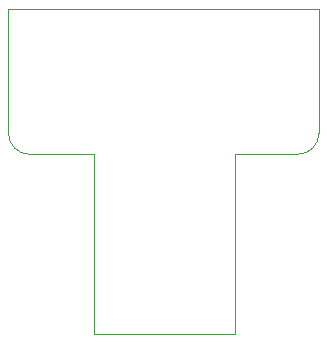
<source format=gbr>
G04 #@! TF.FileFunction,Profile,NP*
%FSLAX46Y46*%
G04 Gerber Fmt 4.6, Leading zero omitted, Abs format (unit mm)*
G04 Created by KiCad (PCBNEW (2015-04-09 BZR 5589)-product) date Monday, June 29, 2015 'PMt' 04:43:37 PM*
%MOMM*%
G01*
G04 APERTURE LIST*
%ADD10C,0.100000*%
G04 APERTURE END LIST*
D10*
X154178000Y-114808000D02*
X154178000Y-104267000D01*
X160274000Y-116586000D02*
X155956000Y-116586000D01*
X155956000Y-116586000D02*
G75*
G02X154178000Y-114808000I0J1778000D01*
G01*
X178689000Y-116586000D02*
X173355000Y-116586000D01*
X180467000Y-114808000D02*
X180467000Y-104267000D01*
X178689000Y-116586000D02*
G75*
G03X180467000Y-114808000I0J1778000D01*
G01*
X173355000Y-131826000D02*
X173355000Y-116586000D01*
X161417000Y-131826000D02*
X173355000Y-131826000D01*
X161417000Y-116586000D02*
X160274000Y-116586000D01*
X161417000Y-131826000D02*
X161417000Y-116586000D01*
X171958000Y-104267000D02*
X180467000Y-104267000D01*
X154178000Y-104267000D02*
X171958000Y-104267000D01*
M02*

</source>
